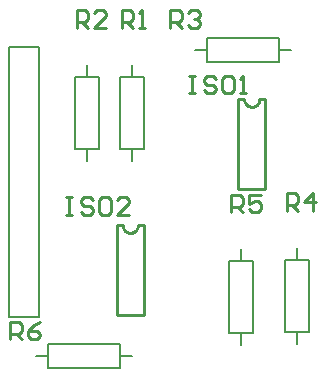
<source format=gto>
%FSTAX23Y23*%
%MOIN*%
%SFA1B1*%

%IPPOS*%
%ADD18C,0.010000*%
%ADD19C,0.007870*%
%LNsignalisolator-1*%
%LPD*%
G54D18*
X0352Y0329D02*
D01*
X0352Y03288*
X0352Y03286*
X0352Y03284*
X0352Y03283*
X03521Y03281*
X03522Y03279*
X03522Y03278*
X03523Y03276*
X03524Y03275*
X03525Y03273*
X03527Y03272*
X03528Y03271*
X03529Y0327*
X03531Y03269*
X03532Y03268*
X03534Y03267*
X03535Y03266*
X03537Y03266*
X03538Y03265*
X0354Y03265*
X03542Y03265*
X03544Y03265*
X03545*
X03547Y03265*
X03549Y03265*
X03551Y03265*
X03552Y03266*
X03554Y03266*
X03555Y03267*
X03557Y03268*
X03558Y03269*
X0356Y0327*
X03561Y03271*
X03562Y03272*
X03564Y03273*
X03565Y03275*
X03566Y03276*
X03567Y03278*
X03567Y03279*
X03568Y03281*
X03569Y03283*
X03569Y03284*
X03569Y03286*
X03569Y03288*
X0357Y0329*
X03115Y0287D02*
D01*
X03115Y02868*
X03115Y02866*
X03115Y02864*
X03115Y02863*
X03116Y02861*
X03117Y02859*
X03117Y02858*
X03118Y02856*
X03119Y02855*
X0312Y02853*
X03122Y02852*
X03123Y02851*
X03124Y0285*
X03126Y02849*
X03127Y02848*
X03129Y02847*
X0313Y02846*
X03132Y02846*
X03133Y02845*
X03135Y02845*
X03137Y02845*
X03139Y02845*
X0314*
X03142Y02845*
X03144Y02845*
X03146Y02845*
X03147Y02846*
X03149Y02846*
X0315Y02847*
X03152Y02848*
X03153Y02849*
X03155Y0285*
X03156Y02851*
X03157Y02852*
X03159Y02853*
X0316Y02855*
X03161Y02856*
X03162Y02858*
X03162Y02859*
X03163Y02861*
X03164Y02863*
X03164Y02864*
X03164Y02866*
X03164Y02868*
X03165Y0287*
X035Y0329D02*
X0352D01*
X0357D02*
X0359D01*
Y0299D02*
Y0329D01*
X035Y0299D02*
X0359D01*
X035D02*
Y0329D01*
X03095Y0287D02*
X03115D01*
X03165D02*
X03185D01*
Y0257D02*
Y0287D01*
X03095Y0257D02*
X03185D01*
X03095D02*
Y0287D01*
X0274Y0249D02*
Y02549D01*
X02769*
X02779Y02539*
Y02519*
X02769Y02509*
X0274*
X02759D02*
X02779Y0249D01*
X02839Y02549D02*
X02819Y02539D01*
X02799Y02519*
Y025*
X02809Y0249*
X02829*
X02839Y025*
Y02509*
X02829Y02519*
X02799*
X03335Y03369D02*
X03354D01*
X03345*
Y0331*
X03335*
X03354*
X03424Y03359D02*
X03414Y03369D01*
X03394*
X03384Y03359*
Y03349*
X03394Y03339*
X03414*
X03424Y03329*
Y0332*
X03414Y0331*
X03394*
X03384Y0332*
X03474Y03369D02*
X03454D01*
X03444Y03359*
Y0332*
X03454Y0331*
X03474*
X03484Y0332*
Y03359*
X03474Y03369*
X03504Y0331D02*
X03524D01*
X03514*
Y03369*
X03504Y03359*
X02926Y02964D02*
X02945D01*
X02936*
Y02905*
X02926*
X02945*
X03015Y02954D02*
X03005Y02964D01*
X02985*
X02975Y02954*
Y02944*
X02985Y02934*
X03005*
X03015Y02924*
Y02915*
X03005Y02905*
X02985*
X02975Y02915*
X03065Y02964D02*
X03045D01*
X03035Y02954*
Y02915*
X03045Y02905*
X03065*
X03075Y02915*
Y02954*
X03065Y02964*
X03135Y02905D02*
X03095D01*
X03135Y02944*
Y02954*
X03125Y02964*
X03105*
X03095Y02954*
X03111Y03528D02*
Y03587D01*
X0314*
X0315Y03577*
Y03557*
X0314Y03547*
X03111*
X0313D02*
X0315Y03528D01*
X0317D02*
X0319D01*
X0318*
Y03587*
X0317Y03577*
X03476Y02913D02*
Y02972D01*
X03505*
X03515Y02962*
Y02942*
X03505Y02932*
X03476*
X03495D02*
X03515Y02913D01*
X03575Y02972D02*
X03535D01*
Y02942*
X03555Y02952*
X03565*
X03575Y02942*
Y02923*
X03565Y02913*
X03545*
X03535Y02923*
X03272Y03529D02*
Y03588D01*
X03301*
X03311Y03578*
Y03558*
X03301Y03548*
X03272*
X03291D02*
X03311Y03529D01*
X03331Y03578D02*
X03341Y03588D01*
X03361*
X03371Y03578*
Y03568*
X03361Y03558*
X03351*
X03361*
X03371Y03548*
Y03539*
X03361Y03529*
X03341*
X03331Y03539*
X02961Y03528D02*
Y03587D01*
X0299*
X03Y03577*
Y03557*
X0299Y03547*
X02961*
X0298D02*
X03Y03528D01*
X0306D02*
X0302D01*
X0306Y03567*
Y03577*
X0305Y03587*
X0303*
X0302Y03577*
X03661Y02918D02*
Y02977D01*
X0369*
X037Y02967*
Y02947*
X0369Y02937*
X03661*
X0368D02*
X037Y02918D01*
X0375D02*
Y02977D01*
X0372Y02947*
X0376*
G54D19*
X03105Y02395D02*
Y02475D01*
X02865Y02395D02*
X03105D01*
X02865D02*
Y02475D01*
X03105*
Y02435D02*
X03145D01*
X02825D02*
X02865D01*
X02835Y02565D02*
Y0339D01*
Y03465*
X02735D02*
X02835D01*
X02735Y02565D02*
Y03465D01*
Y02565D02*
X02835D01*
X03105Y03365D02*
X03185D01*
Y03125D02*
Y03365D01*
X03105Y03125D02*
X03185D01*
X03105D02*
Y03365D01*
X03145D02*
Y03405D01*
Y03085D02*
Y03125D01*
X0347Y0275D02*
X0355D01*
Y0251D02*
Y0275D01*
X0347Y0251D02*
X0355D01*
X0347D02*
Y0275D01*
X0351D02*
Y0279D01*
Y0247D02*
Y0251D01*
X03635Y03415D02*
Y03495D01*
X03395Y03415D02*
X03635D01*
X03395D02*
Y03495D01*
X03635*
Y03455D02*
X03675D01*
X03355D02*
X03395D01*
X02955Y03125D02*
X03035D01*
X02955D02*
Y03365D01*
X03035*
Y03125D02*
Y03365D01*
X02995Y03085D02*
Y03125D01*
Y03365D02*
Y03405D01*
X03655Y02755D02*
X03735D01*
Y02515D02*
Y02755D01*
X03655Y02515D02*
X03735D01*
X03655D02*
Y02755D01*
X03695D02*
Y02795D01*
Y02475D02*
Y02515D01*
M02*
</source>
